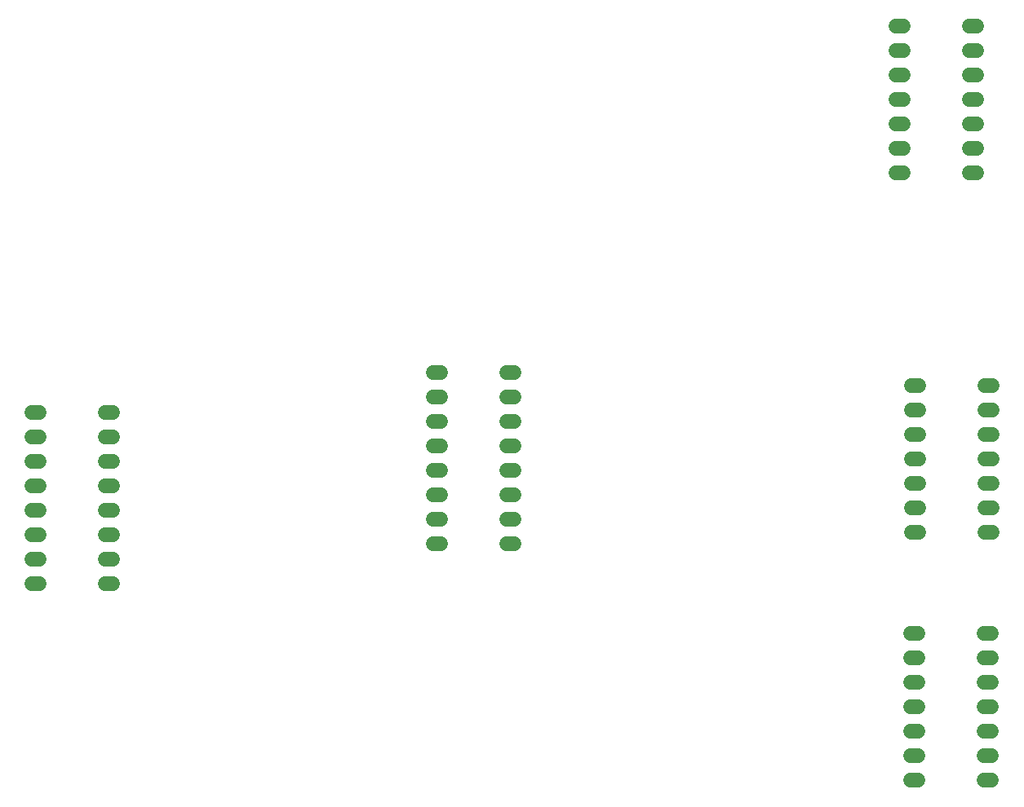
<source format=gbr>
G04 start of page 12 for group -4014 idx -4014 *
G04 Title: (unknown), bottompaste *
G04 Creator: pcb 20140316 *
G04 CreationDate: Sat 22 Apr 2017 04:45:52 AM GMT UTC *
G04 For: vince *
G04 Format: Gerber/RS-274X *
G04 PCB-Dimensions (mil): 6900.00 3900.00 *
G04 PCB-Coordinate-Origin: lower left *
%MOIN*%
%FSLAX25Y25*%
%LNBOTTOMPASTE*%
%ADD120C,0.0600*%
G54D120*X413955Y196000D02*X416955D01*
X413955Y186000D02*X416955D01*
X413955Y176000D02*X416955D01*
X413955Y166000D02*X416955D01*
X413955Y156000D02*X416955D01*
X413955Y146000D02*X416955D01*
X413955Y136000D02*X416955D01*
X383955D02*X386955D01*
X383955Y146000D02*X386955D01*
X383955Y156000D02*X386955D01*
X383955Y166000D02*X386955D01*
X383955Y176000D02*X386955D01*
X383955Y186000D02*X386955D01*
X383955Y196000D02*X386955D01*
X413500Y94500D02*X416500D01*
X413500Y84500D02*X416500D01*
X413500Y74500D02*X416500D01*
X413500Y64500D02*X416500D01*
X413500Y54500D02*X416500D01*
X413500Y44500D02*X416500D01*
X413500Y34500D02*X416500D01*
X383500D02*X386500D01*
X383500Y44500D02*X386500D01*
X383500Y54500D02*X386500D01*
X383500Y64500D02*X386500D01*
X383500Y74500D02*X386500D01*
X383500Y84500D02*X386500D01*
X383500Y94500D02*X386500D01*
X407500Y343000D02*X410500D01*
X407500Y333000D02*X410500D01*
X407500Y323000D02*X410500D01*
X407500Y313000D02*X410500D01*
X407500Y303000D02*X410500D01*
X407500Y293000D02*X410500D01*
X407500Y283000D02*X410500D01*
X377500D02*X380500D01*
X377500Y293000D02*X380500D01*
X377500Y303000D02*X380500D01*
X377500Y313000D02*X380500D01*
X377500Y323000D02*X380500D01*
X377500Y333000D02*X380500D01*
X377500Y343000D02*X380500D01*
X54500Y115000D02*X57500D01*
X54500Y125000D02*X57500D01*
X54500Y135000D02*X57500D01*
X54500Y145000D02*X57500D01*
X54500Y155000D02*X57500D01*
X54500Y165000D02*X57500D01*
X54500Y175000D02*X57500D01*
X54500Y185000D02*X57500D01*
X24500D02*X27500D01*
X24500Y175000D02*X27500D01*
X24500Y165000D02*X27500D01*
X24500Y155000D02*X27500D01*
X24500Y145000D02*X27500D01*
X24500Y135000D02*X27500D01*
X24500Y125000D02*X27500D01*
X24500Y115000D02*X27500D01*
X218485Y131413D02*X221485D01*
X218485Y141413D02*X221485D01*
X218485Y151413D02*X221485D01*
X218485Y161413D02*X221485D01*
X218485Y171413D02*X221485D01*
X218485Y181413D02*X221485D01*
X218485Y191413D02*X221485D01*
X218485Y201413D02*X221485D01*
X188485D02*X191485D01*
X188485Y191413D02*X191485D01*
X188485Y181413D02*X191485D01*
X188485Y171413D02*X191485D01*
X188485Y161413D02*X191485D01*
X188485Y151413D02*X191485D01*
X188485Y141413D02*X191485D01*
X188485Y131413D02*X191485D01*
M02*

</source>
